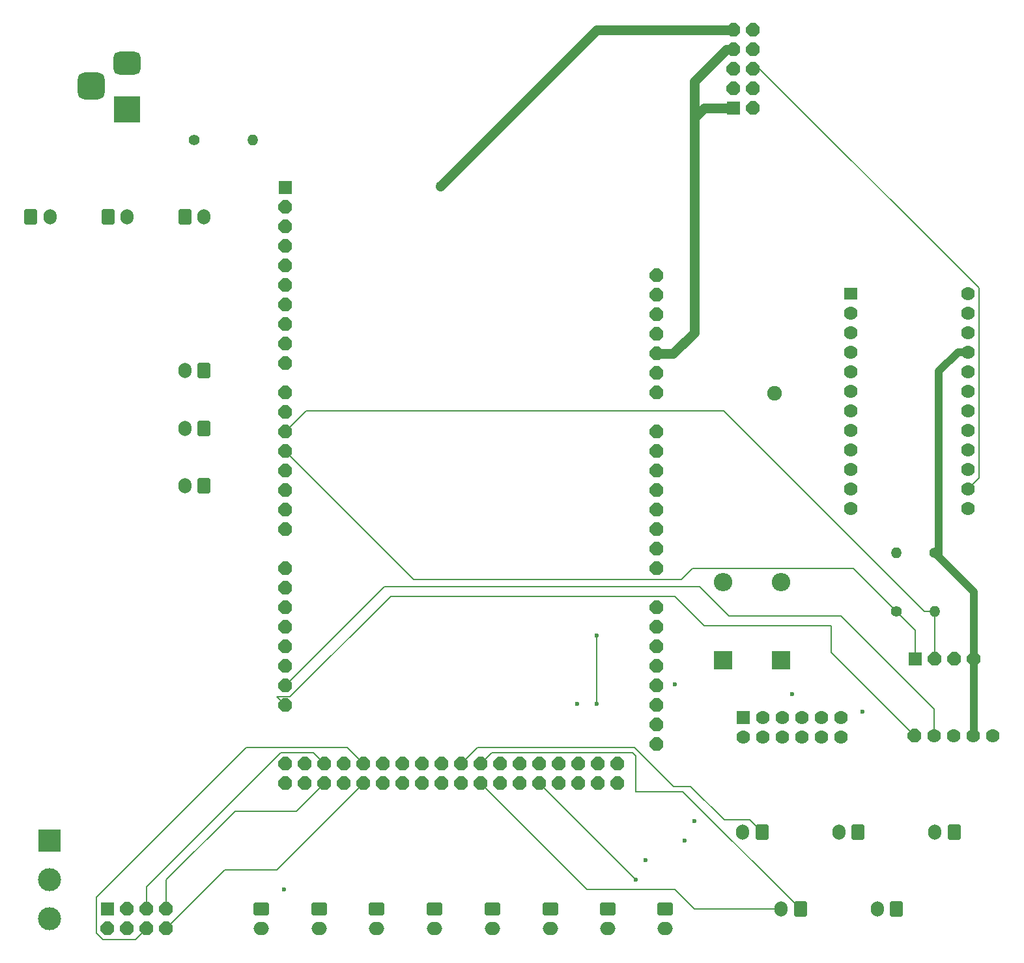
<source format=gbr>
%TF.GenerationSoftware,KiCad,Pcbnew,8.0.5*%
%TF.CreationDate,2024-10-07T15:57:23-06:00*%
%TF.ProjectId,main V4,6d61696e-2056-4342-9e6b-696361645f70,rev?*%
%TF.SameCoordinates,Original*%
%TF.FileFunction,Copper,L4,Bot*%
%TF.FilePolarity,Positive*%
%FSLAX46Y46*%
G04 Gerber Fmt 4.6, Leading zero omitted, Abs format (unit mm)*
G04 Created by KiCad (PCBNEW 8.0.5) date 2024-10-07 15:57:23*
%MOMM*%
%LPD*%
G01*
G04 APERTURE LIST*
G04 Aperture macros list*
%AMRoundRect*
0 Rectangle with rounded corners*
0 $1 Rounding radius*
0 $2 $3 $4 $5 $6 $7 $8 $9 X,Y pos of 4 corners*
0 Add a 4 corners polygon primitive as box body*
4,1,4,$2,$3,$4,$5,$6,$7,$8,$9,$2,$3,0*
0 Add four circle primitives for the rounded corners*
1,1,$1+$1,$2,$3*
1,1,$1+$1,$4,$5*
1,1,$1+$1,$6,$7*
1,1,$1+$1,$8,$9*
0 Add four rect primitives between the rounded corners*
20,1,$1+$1,$2,$3,$4,$5,0*
20,1,$1+$1,$4,$5,$6,$7,0*
20,1,$1+$1,$6,$7,$8,$9,0*
20,1,$1+$1,$8,$9,$2,$3,0*%
%AMOutline5P*
0 Free polygon, 5 corners , with rotation*
0 The origin of the aperture is its center*
0 number of corners: always 5*
0 $1 to $10 corner X, Y*
0 $11 Rotation angle, in degrees counterclockwise*
0 create outline with 5 corners*
4,1,5,$1,$2,$3,$4,$5,$6,$7,$8,$9,$10,$1,$2,$11*%
%AMOutline6P*
0 Free polygon, 6 corners , with rotation*
0 The origin of the aperture is its center*
0 number of corners: always 6*
0 $1 to $12 corner X, Y*
0 $13 Rotation angle, in degrees counterclockwise*
0 create outline with 6 corners*
4,1,6,$1,$2,$3,$4,$5,$6,$7,$8,$9,$10,$11,$12,$1,$2,$13*%
%AMOutline7P*
0 Free polygon, 7 corners , with rotation*
0 The origin of the aperture is its center*
0 number of corners: always 7*
0 $1 to $14 corner X, Y*
0 $15 Rotation angle, in degrees counterclockwise*
0 create outline with 7 corners*
4,1,7,$1,$2,$3,$4,$5,$6,$7,$8,$9,$10,$11,$12,$13,$14,$1,$2,$15*%
%AMOutline8P*
0 Free polygon, 8 corners , with rotation*
0 The origin of the aperture is its center*
0 number of corners: always 8*
0 $1 to $16 corner X, Y*
0 $17 Rotation angle, in degrees counterclockwise*
0 create outline with 8 corners*
4,1,8,$1,$2,$3,$4,$5,$6,$7,$8,$9,$10,$11,$12,$13,$14,$15,$16,$1,$2,$17*%
G04 Aperture macros list end*
%TA.AperFunction,ComponentPad*%
%ADD10R,1.778000X1.778000*%
%TD*%
%TA.AperFunction,ComponentPad*%
%ADD11Outline8P,-0.889000X0.368236X-0.368236X0.889000X0.368236X0.889000X0.889000X0.368236X0.889000X-0.368236X0.368236X-0.889000X-0.368236X-0.889000X-0.889000X-0.368236X0.000000*%
%TD*%
%TA.AperFunction,ComponentPad*%
%ADD12R,3.500000X3.500000*%
%TD*%
%TA.AperFunction,ComponentPad*%
%ADD13RoundRect,0.750000X-1.000000X0.750000X-1.000000X-0.750000X1.000000X-0.750000X1.000000X0.750000X0*%
%TD*%
%TA.AperFunction,ComponentPad*%
%ADD14RoundRect,0.875000X-0.875000X0.875000X-0.875000X-0.875000X0.875000X-0.875000X0.875000X0.875000X0*%
%TD*%
%TA.AperFunction,ComponentPad*%
%ADD15RoundRect,0.250000X-0.750000X0.600000X-0.750000X-0.600000X0.750000X-0.600000X0.750000X0.600000X0*%
%TD*%
%TA.AperFunction,ComponentPad*%
%ADD16O,2.000000X1.700000*%
%TD*%
%TA.AperFunction,ComponentPad*%
%ADD17C,1.400000*%
%TD*%
%TA.AperFunction,ComponentPad*%
%ADD18O,1.400000X1.400000*%
%TD*%
%TA.AperFunction,ComponentPad*%
%ADD19Outline8P,-0.889000X0.368236X-0.368236X0.889000X0.368236X0.889000X0.889000X0.368236X0.889000X-0.368236X0.368236X-0.889000X-0.368236X-0.889000X-0.889000X-0.368236X90.000000*%
%TD*%
%TA.AperFunction,ComponentPad*%
%ADD20RoundRect,0.250000X-0.600000X-0.750000X0.600000X-0.750000X0.600000X0.750000X-0.600000X0.750000X0*%
%TD*%
%TA.AperFunction,ComponentPad*%
%ADD21O,1.700000X2.000000*%
%TD*%
%TA.AperFunction,ComponentPad*%
%ADD22RoundRect,0.250000X0.600000X0.750000X-0.600000X0.750000X-0.600000X-0.750000X0.600000X-0.750000X0*%
%TD*%
%TA.AperFunction,ComponentPad*%
%ADD23R,2.400000X2.400000*%
%TD*%
%TA.AperFunction,ComponentPad*%
%ADD24O,2.400000X2.400000*%
%TD*%
%TA.AperFunction,ComponentPad*%
%ADD25C,1.778000*%
%TD*%
%TA.AperFunction,ComponentPad*%
%ADD26R,3.000000X3.000000*%
%TD*%
%TA.AperFunction,ComponentPad*%
%ADD27C,3.000000*%
%TD*%
%TA.AperFunction,ComponentPad*%
%ADD28Outline8P,-0.889000X0.368236X-0.368236X0.889000X0.368236X0.889000X0.889000X0.368236X0.889000X-0.368236X0.368236X-0.889000X-0.368236X-0.889000X-0.889000X-0.368236X180.000000*%
%TD*%
%TA.AperFunction,ComponentPad*%
%ADD29C,1.905000*%
%TD*%
%TA.AperFunction,ComponentPad*%
%ADD30R,1.778000X1.524000*%
%TD*%
%TA.AperFunction,ViaPad*%
%ADD31C,1.270000*%
%TD*%
%TA.AperFunction,ViaPad*%
%ADD32C,0.600000*%
%TD*%
%TA.AperFunction,Conductor*%
%ADD33C,1.270000*%
%TD*%
%TA.AperFunction,Conductor*%
%ADD34C,1.016000*%
%TD*%
%TA.AperFunction,Conductor*%
%ADD35C,0.635000*%
%TD*%
%TA.AperFunction,Conductor*%
%ADD36C,0.200000*%
%TD*%
G04 APERTURE END LIST*
D10*
%TO.P,U$2,CLK,CLK*%
%TO.N,Net-(R2-Pad1)*%
X184960000Y-125000000D03*
D11*
%TO.P,U$2,DIO,DIO*%
%TO.N,Net-(R3-Pad2)*%
X187500000Y-125000000D03*
%TO.P,U$2,GND,GND*%
%TO.N,GND*%
X190040000Y-125000000D03*
%TO.P,U$2,VCC,VCC*%
%TO.N,/5V*%
X192580000Y-125000000D03*
%TD*%
D12*
%TO.P,J1,1,1*%
%TO.N,/RAW_IN*%
X82500000Y-53500000D03*
D13*
%TO.P,J1,2,2*%
%TO.N,unconnected-(J1-Pad2)*%
X82500000Y-47500000D03*
D14*
%TO.P,J1,3,3*%
%TO.N,GND*%
X77800000Y-50500000D03*
%TD*%
D15*
%TO.P,SW6,1,S*%
%TO.N,Net-(SW6A-S)*%
X137500000Y-157500000D03*
D16*
%TO.P,SW6,2,S*%
%TO.N,GND*%
X137500000Y-160000000D03*
%TD*%
D15*
%TO.P,SW4,1,S*%
%TO.N,Net-(SW4A-S)*%
X122450000Y-157500000D03*
D16*
%TO.P,SW4,2,S*%
%TO.N,GND*%
X122450000Y-160000000D03*
%TD*%
D15*
%TO.P,SW1,1,S*%
%TO.N,Net-(SW1A-S)*%
X99950000Y-157500000D03*
D16*
%TO.P,SW1,2,S*%
%TO.N,GND*%
X99950000Y-160000000D03*
%TD*%
D17*
%TO.P,R2,1,1*%
%TO.N,Net-(R2-Pad1)*%
X182500000Y-118810000D03*
D18*
%TO.P,R2,2,2*%
%TO.N,/5V*%
X182500000Y-111190000D03*
%TD*%
D19*
%TO.P,1,3V3,3V3*%
%TO.N,unconnected-(1-Pad3V3)*%
X163830000Y-43180000D03*
%TO.P,1,5V,5V*%
%TO.N,/5V*%
X161290000Y-43180000D03*
D10*
%TO.P,1,GND@1,GND*%
%TO.N,GND*%
X161290000Y-53340000D03*
D19*
%TO.P,1,GND@2,GND*%
X161290000Y-45720000D03*
%TO.P,1,INT,INT*%
%TO.N,unconnected-(1-PadINT)*%
X161290000Y-50800000D03*
%TO.P,1,MISO,MISO*%
%TO.N,Net-(U1-12)*%
X163830000Y-45720000D03*
%TO.P,1,MOSI,MOSI*%
%TO.N,Net-(U1-11)*%
X163830000Y-48260000D03*
%TO.P,1,RST,RST*%
%TO.N,/RESET*%
X161290000Y-48260000D03*
%TO.P,1,SCLK,SCLK*%
%TO.N,Net-(U1-13)*%
X163830000Y-53340000D03*
%TO.P,1,SCS,SCS*%
%TO.N,Net-(U1-10)*%
X163830000Y-50800000D03*
%TD*%
D20*
%TO.P,POWER_LED0,1,S*%
%TO.N,/5V*%
X90000000Y-67500000D03*
D21*
%TO.P,POWER_LED0,2,S*%
%TO.N,Net-(POWER_LED0B-S)*%
X92500000Y-67500000D03*
%TD*%
D22*
%TO.P,JACK_CON3,1,S*%
%TO.N,Net-(JACK_CON3A-S)*%
X177500000Y-147500000D03*
D21*
%TO.P,JACK_CON3,2,S*%
%TO.N,Net-(JACK_CON3B-S)*%
X175000000Y-147500000D03*
%TD*%
D22*
%TO.P,JACK_CON1,1,S*%
%TO.N,Net-(JACK_CON1A-S)*%
X165000000Y-147500000D03*
D21*
%TO.P,JACK_CON1,2,S*%
%TO.N,Net-(JACK_CON1B-S)*%
X162500000Y-147500000D03*
%TD*%
D22*
%TO.P,SECTION_2_BUTTON0,1,KL*%
%TO.N,Net-(SECTION_2_BUTTON0A-KL)*%
X92500000Y-95000000D03*
D21*
%TO.P,SECTION_2_BUTTON0,2,KL*%
%TO.N,GND*%
X90000000Y-95000000D03*
%TD*%
D15*
%TO.P,SW5,1,S*%
%TO.N,Net-(SW5A-S)*%
X129950000Y-157500000D03*
D16*
%TO.P,SW5,2,S*%
%TO.N,GND*%
X129950000Y-160000000D03*
%TD*%
D20*
%TO.P,RESET0,1,S*%
%TO.N,/RESET*%
X80000000Y-67500000D03*
D21*
%TO.P,RESET0,2,S*%
%TO.N,GND*%
X82500000Y-67500000D03*
%TD*%
D20*
%TO.P,PWR_IN0,1,S*%
%TO.N,/RAW_IN*%
X70000000Y-67500000D03*
D21*
%TO.P,PWR_IN0,2,S*%
%TO.N,/5V*%
X72500000Y-67500000D03*
%TD*%
D23*
%TO.P,D2,1,K*%
%TO.N,Net-(D2-K)*%
X160000000Y-125160000D03*
D24*
%TO.P,D2,2,A*%
%TO.N,/3V3*%
X160000000Y-115000000D03*
%TD*%
D15*
%TO.P,SW3,1,S*%
%TO.N,Net-(SW3A-S)*%
X114950000Y-157500000D03*
D16*
%TO.P,SW3,2,S*%
%TO.N,GND*%
X114950000Y-160000000D03*
%TD*%
D22*
%TO.P,JACK_CON5,1,S*%
%TO.N,Net-(JACK_CON5A-S)*%
X190000000Y-147500000D03*
D21*
%TO.P,JACK_CON5,2,S*%
%TO.N,Net-(JACK_CON5B-S)*%
X187500000Y-147500000D03*
%TD*%
D15*
%TO.P,SW2,1,S*%
%TO.N,Net-(SW2A-S)*%
X107450000Y-157500000D03*
D16*
%TO.P,SW2,2,S*%
%TO.N,GND*%
X107450000Y-160000000D03*
%TD*%
D10*
%TO.P,C1,3V3,3V3*%
%TO.N,Net-(D2-K)*%
X162560000Y-132588000D03*
D25*
%TO.P,C1,5V,5V*%
%TO.N,Net-(D1-K)*%
X165100000Y-132588000D03*
%TO.P,C1,GND,GND*%
%TO.N,GND*%
X167640000Y-132588000D03*
%TO.P,C1,MISO,MISO*%
%TO.N,/MISO*%
X172720000Y-135128000D03*
%TO.P,C1,MOSI,MOSI*%
%TO.N,/MOSI*%
X172720000Y-132588000D03*
%TO.P,C1,RST,Reset*%
%TO.N,/RESET*%
X175260000Y-132588000D03*
%TO.P,C1,SCK,SCK*%
%TO.N,/SCK*%
X170180000Y-132588000D03*
%TO.P,C1,SD_CS,SD_CS*%
%TO.N,/D48*%
X170180000Y-135128000D03*
%TO.P,C1,SPKR,SPKR*%
%TO.N,/D2*%
X162560000Y-135128000D03*
%TO.P,C1,TFT_CS,TFT_CS*%
%TO.N,/D53*%
X167640000Y-135128000D03*
%TO.P,C1,TFT_DC,TFT_DC*%
%TO.N,Net-(C1-PadTFT_DC)*%
X165100000Y-135128000D03*
%TO.P,C1,T_CS,Touch_CS*%
%TO.N,/Touch_CS*%
X175260000Y-135128000D03*
%TD*%
D17*
%TO.P,R1,1,1*%
%TO.N,Net-(POWER_LED0B-S)*%
X91190000Y-57500000D03*
D18*
%TO.P,R1,2,2*%
%TO.N,GND*%
X98810000Y-57500000D03*
%TD*%
D15*
%TO.P,SW8,1,S*%
%TO.N,Net-(SW8A-S)*%
X152450000Y-157500000D03*
D16*
%TO.P,SW8,2,S*%
%TO.N,GND*%
X152450000Y-160000000D03*
%TD*%
D10*
%TO.P,U$4,P1,P1*%
%TO.N,Net-(U$1-PadD22)*%
X79960000Y-157460000D03*
D11*
%TO.P,U$4,P2,P2*%
%TO.N,Net-(U$1-PadD23)*%
X82500000Y-157460000D03*
%TO.P,U$4,P3,P3*%
%TO.N,Net-(U$1-PadD24)*%
X85040000Y-157460000D03*
%TO.P,U$4,P4,P4*%
%TO.N,Net-(U$1-PadD25)*%
X87580000Y-157460000D03*
%TO.P,U$4,PA,PA*%
%TO.N,Net-(U$1-PadD26)*%
X79960000Y-160000000D03*
%TO.P,U$4,PB,PB*%
%TO.N,Net-(U$1-PadD27)*%
X82500000Y-160000000D03*
%TO.P,U$4,PC,PC*%
%TO.N,Net-(U$1-PadD28)*%
X85040000Y-160000000D03*
%TO.P,U$4,PD,PD*%
%TO.N,/D29*%
X87580000Y-160000000D03*
%TD*%
D15*
%TO.P,SW7,1,S*%
%TO.N,Net-(SW7A-S)*%
X144950000Y-157500000D03*
D16*
%TO.P,SW7,2,S*%
%TO.N,GND*%
X144950000Y-160000000D03*
%TD*%
D26*
%TO.P,X1,1,KL*%
%TO.N,/5V*%
X72390000Y-148590000D03*
D27*
%TO.P,X1,2,KL*%
%TO.N,Net-(X1B-KL)*%
X72390000Y-153670000D03*
%TO.P,X1,3,KL*%
%TO.N,GND*%
X72390000Y-158750000D03*
%TD*%
D28*
%TO.P,U$1,3V3,3V3*%
%TO.N,/3V3*%
X151328500Y-80210000D03*
%TO.P,U$1,5V@1,5V*%
%TO.N,Net-(U$1-5V-Pad5V@1)*%
X151328500Y-82750000D03*
%TO.P,U$1,5V@2,5V*%
X103068500Y-138630000D03*
%TO.P,U$1,5V@3,5V*%
X103068500Y-141170000D03*
%TO.P,U$1,A0,A0*%
%TO.N,unconnected-(U$1-PadA0)*%
X151328500Y-95450000D03*
%TO.P,U$1,A1,A1*%
%TO.N,/Touch_CS*%
X151328500Y-97990000D03*
%TO.P,U$1,A2,A2*%
%TO.N,Net-(U2-T_IRQ)*%
X151328500Y-100530000D03*
%TO.P,U$1,A3,A3*%
%TO.N,unconnected-(U$1-PadA3)*%
X151328500Y-103070000D03*
%TO.P,U$1,A4,A4*%
%TO.N,unconnected-(U$1-PadA4)*%
X151328500Y-105610000D03*
%TO.P,U$1,A5,A5*%
%TO.N,unconnected-(U$1-PadA5)*%
X151328500Y-108150000D03*
%TO.P,U$1,A6,A6*%
%TO.N,unconnected-(U$1-PadA6)*%
X151328500Y-110690000D03*
%TO.P,U$1,A7,A7*%
%TO.N,unconnected-(U$1-PadA7)*%
X151328500Y-113230000D03*
%TO.P,U$1,A8,A8*%
%TO.N,unconnected-(U$1-PadA8)*%
X151328500Y-118310000D03*
%TO.P,U$1,A9,A9*%
%TO.N,unconnected-(U$1-PadA9)*%
X151328500Y-120850000D03*
%TO.P,U$1,A10,A10*%
%TO.N,unconnected-(U$1-PadA10)*%
X151328500Y-123390000D03*
%TO.P,U$1,A11,A11*%
%TO.N,unconnected-(U$1-PadA11)*%
X151328500Y-125930000D03*
%TO.P,U$1,A12,A12*%
%TO.N,unconnected-(U$1-PadA12)*%
X151328500Y-128470000D03*
%TO.P,U$1,A13,A13*%
%TO.N,unconnected-(U$1-PadA13)*%
X151328500Y-131010000D03*
%TO.P,U$1,A14,A14*%
%TO.N,unconnected-(U$1-PadA14)*%
X151328500Y-133550000D03*
%TO.P,U$1,A15,A15*%
%TO.N,unconnected-(U$1-PadA15)*%
X151328500Y-136090000D03*
%TO.P,U$1,AREF,AREF*%
%TO.N,unconnected-(U$1-PadAREF)*%
X103068500Y-68780000D03*
%TO.P,U$1,D0,D0*%
%TO.N,Net-(U1-TXD)*%
X103068500Y-108150000D03*
%TO.P,U$1,D1,D1*%
%TO.N,Net-(U1-RXI)*%
X103068500Y-105610000D03*
%TO.P,U$1,D2,D2*%
%TO.N,/D2*%
X103068500Y-103070000D03*
%TO.P,U$1,D3,D3*%
%TO.N,unconnected-(U$1-PadD3)*%
X103068500Y-100530000D03*
%TO.P,U$1,D4,D4*%
%TO.N,Net-(R2-Pad1)*%
X103068500Y-97990000D03*
%TO.P,U$1,D5,D5*%
%TO.N,Net-(R3-Pad2)*%
X103068500Y-95450000D03*
%TO.P,U$1,D6,D6*%
%TO.N,unconnected-(U$1-PadD6)*%
X103068500Y-92910000D03*
%TO.P,U$1,D7,D7*%
%TO.N,unconnected-(U$1-PadD7)*%
X103068500Y-90370000D03*
%TO.P,U$1,D8,D8*%
%TO.N,Net-(X1B-KL)*%
X103068500Y-86560000D03*
%TO.P,U$1,D9,D9*%
%TO.N,Net-(SECTION_1_BUTTON0A-KL)*%
X103068500Y-84020000D03*
%TO.P,U$1,D10,D10*%
%TO.N,Net-(SECTION_2_BUTTON0A-KL)*%
X103068500Y-81480000D03*
%TO.P,U$1,D11,D11*%
%TO.N,Net-(SECTION_3_BUTTON0A-KL)*%
X103068500Y-78940000D03*
%TO.P,U$1,D12,D12*%
%TO.N,unconnected-(U$1-PadD12)*%
X103068500Y-76400000D03*
%TO.P,U$1,D13,D13*%
%TO.N,unconnected-(U$1-PadD13)*%
X103068500Y-73860000D03*
%TO.P,U$1,D14,D14*%
%TO.N,unconnected-(U$1-PadD14)*%
X103068500Y-113230000D03*
%TO.P,U$1,D15,D15*%
%TO.N,unconnected-(U$1-PadD15)*%
X103068500Y-115770000D03*
%TO.P,U$1,D16,D16*%
%TO.N,unconnected-(U$1-PadD16)*%
X103068500Y-118310000D03*
%TO.P,U$1,D17,D17*%
%TO.N,unconnected-(U$1-PadD17)*%
X103068500Y-120850000D03*
%TO.P,U$1,D18,D18*%
%TO.N,unconnected-(U$1-PadD18)*%
X103068500Y-123390000D03*
%TO.P,U$1,D19,D19*%
%TO.N,unconnected-(U$1-PadD19)*%
X103068500Y-125930000D03*
%TO.P,U$1,D20,D20*%
%TO.N,Net-(U$1-PadD20)*%
X103068500Y-128470000D03*
%TO.P,U$1,D21,D21*%
%TO.N,/D21*%
X103068500Y-131010000D03*
%TO.P,U$1,D22,D22*%
%TO.N,Net-(U$1-PadD22)*%
X105608500Y-138630000D03*
%TO.P,U$1,D23,D23*%
%TO.N,Net-(U$1-PadD23)*%
X105608500Y-141170000D03*
%TO.P,U$1,D24,D24*%
%TO.N,Net-(U$1-PadD24)*%
X108148500Y-138630000D03*
%TO.P,U$1,D25,D25*%
%TO.N,Net-(U$1-PadD25)*%
X108148500Y-141170000D03*
%TO.P,U$1,D26,D26*%
%TO.N,Net-(U$1-PadD26)*%
X110688500Y-138630000D03*
%TO.P,U$1,D27,D27*%
%TO.N,Net-(U$1-PadD27)*%
X110688500Y-141170000D03*
%TO.P,U$1,D28,D28*%
%TO.N,Net-(U$1-PadD28)*%
X113228500Y-138630000D03*
%TO.P,U$1,D29,D29*%
%TO.N,/D29*%
X113228500Y-141170000D03*
%TO.P,U$1,D30,D30*%
%TO.N,Net-(SW1A-S)*%
X115768500Y-138630000D03*
%TO.P,U$1,D31,D31*%
%TO.N,Net-(SW2A-S)*%
X115768500Y-141170000D03*
%TO.P,U$1,D32,D32*%
%TO.N,Net-(SW3A-S)*%
X118308500Y-138630000D03*
%TO.P,U$1,D33,D33*%
%TO.N,Net-(SW4A-S)*%
X118308500Y-141170000D03*
%TO.P,U$1,D34,D34*%
%TO.N,Net-(SW5A-S)*%
X120848500Y-138630000D03*
%TO.P,U$1,D35,D35*%
%TO.N,Net-(SW6A-S)*%
X120848500Y-141170000D03*
%TO.P,U$1,D36,D36*%
%TO.N,Net-(SW7A-S)*%
X123388500Y-138630000D03*
%TO.P,U$1,D37,D37*%
%TO.N,Net-(SW8A-S)*%
X123388500Y-141170000D03*
%TO.P,U$1,D38,D38*%
%TO.N,Net-(JACK_CON1A-S)*%
X125928500Y-138630000D03*
%TO.P,U$1,D39,D39*%
%TO.N,Net-(JACK_CON1B-S)*%
X125928500Y-141170000D03*
%TO.P,U$1,D40,D40*%
%TO.N,Net-(JACK_CON2A-S)*%
X128468500Y-138630000D03*
%TO.P,U$1,D41,D41*%
%TO.N,Net-(JACK_CON2B-S)*%
X128468500Y-141170000D03*
%TO.P,U$1,D42,D42*%
%TO.N,Net-(JACK_CON3A-S)*%
X131008500Y-138630000D03*
%TO.P,U$1,D43,D43*%
%TO.N,Net-(JACK_CON3B-S)*%
X131008500Y-141170000D03*
%TO.P,U$1,D44,D44*%
%TO.N,Net-(JACK_CON4A-S)*%
X133548500Y-138630000D03*
%TO.P,U$1,D45,D45*%
%TO.N,Net-(JACK_CON4B-S)*%
X133548500Y-141170000D03*
%TO.P,U$1,D46,D46*%
%TO.N,Net-(JACK_CON5A-S)*%
X136088500Y-138630000D03*
%TO.P,U$1,D47,D47*%
%TO.N,Net-(JACK_CON5B-S)*%
X136088500Y-141170000D03*
%TO.P,U$1,D48,D48*%
%TO.N,/D48*%
X138628500Y-138630000D03*
%TO.P,U$1,D49,D49*%
%TO.N,Net-(C1-PadTFT_DC)*%
X138628500Y-141170000D03*
%TO.P,U$1,D50,D50*%
%TO.N,/MISO*%
X141168500Y-138630000D03*
%TO.P,U$1,D51,D51*%
%TO.N,/MOSI*%
X141168500Y-141170000D03*
%TO.P,U$1,D52,D52*%
%TO.N,/SCK*%
X143708500Y-138630000D03*
%TO.P,U$1,D53,D53*%
%TO.N,/D53*%
X143708500Y-141170000D03*
%TO.P,U$1,GND@1,GND*%
%TO.N,GND*%
X103068500Y-71320000D03*
%TO.P,U$1,GND@2,GND*%
X151328500Y-87830000D03*
%TO.P,U$1,GND@3,GND*%
X151328500Y-85290000D03*
%TO.P,U$1,GND@4,GND*%
X146248500Y-138630000D03*
%TO.P,U$1,GND@5,GND*%
X146248500Y-141170000D03*
%TO.P,U$1,IOREF,IOREF*%
%TO.N,unconnected-(U$1-PadIOREF)*%
X151328500Y-75130000D03*
%TO.P,U$1,RESET,RESET*%
%TO.N,/RESET*%
X151328500Y-77670000D03*
D10*
%TO.P,U$1,SCL,SCL*%
%TO.N,unconnected-(U$1-PadSCL)*%
X103068500Y-63700000D03*
D28*
%TO.P,U$1,SDA,SDA*%
%TO.N,unconnected-(U$1-PadSDA)*%
X103068500Y-66240000D03*
%TO.P,U$1,VIN,VIN*%
%TO.N,/5V*%
X151328500Y-90370000D03*
%TD*%
D29*
%TO.P,U2,1,T_IRQ*%
%TO.N,Net-(U2-T_IRQ)*%
X166624000Y-90424000D03*
%TD*%
D22*
%TO.P,JACK_CON2,1,S*%
%TO.N,Net-(JACK_CON2A-S)*%
X170000000Y-157500000D03*
D21*
%TO.P,JACK_CON2,2,S*%
%TO.N,Net-(JACK_CON2B-S)*%
X167500000Y-157500000D03*
%TD*%
D22*
%TO.P,SECTION_1_BUTTON0,1,KL*%
%TO.N,Net-(SECTION_1_BUTTON0A-KL)*%
X92500000Y-102500000D03*
D21*
%TO.P,SECTION_1_BUTTON0,2,KL*%
%TO.N,GND*%
X90000000Y-102500000D03*
%TD*%
D30*
%TO.P,U1,0,TXD*%
%TO.N,Net-(U1-TXD)*%
X176530000Y-77470000D03*
D25*
%TO.P,U1,1,RXI*%
%TO.N,Net-(U1-RXI)*%
X176530000Y-80010000D03*
%TO.P,U1,2,GND/RST*%
%TO.N,unconnected-(U1-GND{slash}RST-Pad2)*%
X176530000Y-82550000D03*
%TO.P,U1,3,GND*%
%TO.N,unconnected-(U1-GND-Pad3)*%
X176530000Y-85090000D03*
%TO.P,U1,4,2*%
%TO.N,unconnected-(U1-2-Pad4)*%
X176530000Y-87630000D03*
%TO.P,U1,5,3*%
%TO.N,unconnected-(U1-3-Pad5)*%
X176530000Y-90170000D03*
%TO.P,U1,6,4*%
%TO.N,unconnected-(U1-4-Pad6)*%
X176530000Y-92710000D03*
%TO.P,U1,7,5*%
%TO.N,unconnected-(U1-5-Pad7)*%
X176530000Y-95250000D03*
%TO.P,U1,8,6*%
%TO.N,unconnected-(U1-6-Pad8)*%
X176530000Y-97790000D03*
%TO.P,U1,9,7*%
%TO.N,unconnected-(U1-7-Pad9)*%
X176530000Y-100330000D03*
%TO.P,U1,10,8*%
%TO.N,unconnected-(U1-8-Pad10)*%
X176530000Y-102870000D03*
%TO.P,U1,11,9*%
%TO.N,unconnected-(U1-9-Pad11)*%
X176530000Y-105410000D03*
%TO.P,U1,12,10*%
%TO.N,Net-(U1-10)*%
X191770000Y-105410000D03*
%TO.P,U1,13,11*%
%TO.N,Net-(U1-11)*%
X191770000Y-102870000D03*
%TO.P,U1,14,12*%
%TO.N,Net-(U1-12)*%
X191770000Y-100330000D03*
%TO.P,U1,15,13*%
%TO.N,Net-(U1-13)*%
X191770000Y-97790000D03*
%TO.P,U1,16,A0*%
%TO.N,unconnected-(U1-A0-Pad16)*%
X191770000Y-95250000D03*
%TO.P,U1,17,A1*%
%TO.N,unconnected-(U1-A1-Pad17)*%
X191770000Y-92710000D03*
%TO.P,U1,18,A2*%
%TO.N,unconnected-(U1-A2-Pad18)*%
X191770000Y-90170000D03*
%TO.P,U1,19,A3*%
%TO.N,unconnected-(U1-A3-Pad19)*%
X191770000Y-87630000D03*
%TO.P,U1,20,VCC*%
%TO.N,/5V*%
X191770000Y-85090000D03*
%TO.P,U1,21,RST*%
%TO.N,/RESET*%
X191770000Y-82550000D03*
%TO.P,U1,22,GND*%
%TO.N,GND*%
X191770000Y-80010000D03*
%TO.P,U1,23,RAW*%
%TO.N,unconnected-(U1-RAW-Pad23)*%
X191770000Y-77470000D03*
%TD*%
D22*
%TO.P,JACK_CON4,1,S*%
%TO.N,Net-(JACK_CON4A-S)*%
X182500000Y-157500000D03*
D21*
%TO.P,JACK_CON4,2,S*%
%TO.N,Net-(JACK_CON4B-S)*%
X180000000Y-157500000D03*
%TD*%
D17*
%TO.P,R3,1,1*%
%TO.N,/5V*%
X187500000Y-111190000D03*
D18*
%TO.P,R3,2,2*%
%TO.N,Net-(R3-Pad2)*%
X187500000Y-118810000D03*
%TD*%
D25*
%TO.P,U$5,+,+*%
%TO.N,/5V*%
X192500000Y-135000000D03*
D11*
%TO.P,U$5,CLK,CLK*%
%TO.N,/D21*%
X184880000Y-135000000D03*
D25*
%TO.P,U$5,DT,DT*%
%TO.N,Net-(U$1-PadD20)*%
X187420000Y-135000000D03*
%TO.P,U$5,GND,GND*%
%TO.N,GND*%
X195040000Y-135000000D03*
%TO.P,U$5,SW,SW*%
%TO.N,unconnected-(U$5-PadSW)*%
X189960000Y-135000000D03*
%TD*%
D22*
%TO.P,SECTION_3_BUTTON0,1,KL*%
%TO.N,Net-(SECTION_3_BUTTON0A-KL)*%
X92500000Y-87500000D03*
D21*
%TO.P,SECTION_3_BUTTON0,2,KL*%
%TO.N,GND*%
X90000000Y-87500000D03*
%TD*%
D23*
%TO.P,D1,1,K*%
%TO.N,Net-(D1-K)*%
X167500000Y-125160000D03*
D24*
%TO.P,D1,2,A*%
%TO.N,/5V*%
X167500000Y-115000000D03*
%TD*%
D31*
%TO.N,/5V*%
X123190000Y-63500000D03*
D32*
%TO.N,Net-(JACK_CON5B-S)*%
X148590000Y-153670000D03*
%TO.N,/SCK*%
X143510000Y-121920000D03*
X168910000Y-129540000D03*
X143510000Y-130810000D03*
%TO.N,/MOSI*%
X178054000Y-131826000D03*
X154940000Y-148590000D03*
%TO.N,/D48*%
X153670000Y-128270000D03*
%TO.N,Net-(U$1-5V-Pad5V@1)*%
X102870000Y-154940000D03*
%TO.N,/D53*%
X156210000Y-146050000D03*
%TO.N,/MISO*%
X140970000Y-130810000D03*
%TO.N,Net-(C1-PadTFT_DC)*%
X149860000Y-151130000D03*
%TD*%
D33*
%TO.N,/5V*%
X143510000Y-43180000D02*
X161290000Y-43180000D01*
D34*
X190512765Y-85090000D02*
X191770000Y-85090000D01*
X188015000Y-111705000D02*
X192580000Y-116270000D01*
X188015000Y-87587765D02*
X190512765Y-85090000D01*
X192580000Y-116270000D02*
X192580000Y-125000000D01*
X188015000Y-111705000D02*
X188015000Y-87587765D01*
D33*
X123190000Y-63500000D02*
X143510000Y-43180000D01*
D34*
X187500000Y-111190000D02*
X188015000Y-111705000D01*
D35*
X192580000Y-134920000D02*
X192500000Y-135000000D01*
D34*
X192580000Y-125000000D02*
X192580000Y-134920000D01*
D33*
%TO.N,GND*%
X156210000Y-82550000D02*
X156210000Y-54610000D01*
X160401000Y-45720000D02*
X161290000Y-45720000D01*
D36*
X151328500Y-85290000D02*
X151130000Y-85091500D01*
D33*
X157480000Y-53340000D02*
X161290000Y-53340000D01*
X153470000Y-85290000D02*
X156210000Y-82550000D01*
D36*
X153470000Y-85290000D02*
X153670000Y-85090000D01*
D33*
X156210000Y-54610000D02*
X157480000Y-53340000D01*
X151328500Y-85290000D02*
X153470000Y-85290000D01*
X156210000Y-49911000D02*
X160401000Y-45720000D01*
D36*
X151130000Y-85091500D02*
X151130000Y-85090000D01*
D33*
X156210000Y-54610000D02*
X156210000Y-49911000D01*
D36*
%TO.N,Net-(JACK_CON1A-S)*%
X148430341Y-136526600D02*
X128031900Y-136526600D01*
X165000000Y-147500000D02*
X163442800Y-145942800D01*
X155767200Y-141582800D02*
X153486541Y-141582800D01*
X128031900Y-136526600D02*
X125928500Y-138630000D01*
X153486541Y-141582800D02*
X148430341Y-136526600D01*
X160127200Y-145942800D02*
X155767200Y-141582800D01*
X163442800Y-145942800D02*
X160127200Y-145942800D01*
%TO.N,Net-(JACK_CON1B-S)*%
X125928500Y-141170000D02*
X125730000Y-140971500D01*
X125730000Y-140970000D02*
X125730000Y-140971500D01*
%TO.N,Net-(JACK_CON2B-S)*%
X129916200Y-142616200D02*
X142240000Y-154940000D01*
X156210000Y-157480000D02*
X157480000Y-157480000D01*
X142240000Y-154940000D02*
X153670000Y-154940000D01*
X129914700Y-142616200D02*
X129916200Y-142616200D01*
X128468500Y-141170000D02*
X129914700Y-142616200D01*
X153670000Y-154940000D02*
X156210000Y-157480000D01*
X157480000Y-157480000D02*
X157500000Y-157500000D01*
X157500000Y-157500000D02*
X167500000Y-157500000D01*
%TO.N,Net-(JACK_CON2A-S)*%
X148590000Y-142240000D02*
X148590000Y-137615681D01*
X148158119Y-137183800D02*
X129914700Y-137183800D01*
X129914700Y-137183800D02*
X128468500Y-138630000D01*
X170000000Y-157500000D02*
X154740000Y-142240000D01*
X148590000Y-137615681D02*
X148158119Y-137183800D01*
X154740000Y-142240000D02*
X148590000Y-142240000D01*
%TO.N,Net-(JACK_CON5B-S)*%
X148590000Y-153670000D02*
X148588500Y-153670000D01*
X148588500Y-153670000D02*
X136088500Y-141170000D01*
%TO.N,Net-(JACK_CON5A-S)*%
X190000000Y-147500000D02*
X190320000Y-147500000D01*
X190320000Y-147500000D02*
X190500000Y-147320000D01*
%TO.N,Net-(R2-Pad1)*%
X119754700Y-114676200D02*
X154563800Y-114676200D01*
X176932800Y-113242800D02*
X182500000Y-118810000D01*
X184960000Y-121270000D02*
X184960000Y-125000000D01*
X103068500Y-97990000D02*
X119754700Y-114676200D01*
X154563800Y-114676200D02*
X155997200Y-113242800D01*
X155997200Y-113242800D02*
X176932800Y-113242800D01*
X182500000Y-118810000D02*
X184960000Y-121270000D01*
%TO.N,Net-(R3-Pad2)*%
X187500000Y-118810000D02*
X187500000Y-125000000D01*
X160020000Y-92710000D02*
X186120000Y-118810000D01*
X186120000Y-118810000D02*
X187500000Y-118810000D01*
X105808500Y-92710000D02*
X160020000Y-92710000D01*
X103068500Y-95450000D02*
X105808500Y-92710000D01*
%TO.N,/SCK*%
X143510000Y-130810000D02*
X143510000Y-121920000D01*
%TO.N,/D21*%
X103667536Y-129916200D02*
X116743736Y-116840000D01*
X103068500Y-131010000D02*
X101974700Y-129916200D01*
X157480000Y-120650000D02*
X173990000Y-120650000D01*
X173990000Y-120650000D02*
X173990000Y-124110000D01*
X173990000Y-124110000D02*
X184880000Y-135000000D01*
X116743736Y-116840000D02*
X153670000Y-116840000D01*
X153670000Y-116840000D02*
X157480000Y-120650000D01*
X101974700Y-129916200D02*
X103667536Y-129916200D01*
%TO.N,Net-(U$1-PadD25)*%
X87580000Y-157460000D02*
X87580000Y-153720000D01*
X87580000Y-153720000D02*
X96520000Y-144780000D01*
X104538500Y-144780000D02*
X108148500Y-141170000D01*
X96520000Y-144780000D02*
X104538500Y-144780000D01*
%TO.N,/D29*%
X95180000Y-152400000D02*
X101998500Y-152400000D01*
X101998500Y-152400000D02*
X113228500Y-141170000D01*
X87580000Y-160000000D02*
X95180000Y-152400000D01*
%TO.N,Net-(U$1-PadD20)*%
X103068500Y-128470000D02*
X115968500Y-115570000D01*
X175260000Y-119380000D02*
X187420000Y-131540000D01*
X115968500Y-115570000D02*
X156944943Y-115570000D01*
X156944943Y-115570000D02*
X160754943Y-119380000D01*
X187420000Y-131540000D02*
X187420000Y-135000000D01*
X160754943Y-119380000D02*
X175260000Y-119380000D01*
%TO.N,Net-(U$1-PadD28)*%
X98001000Y-136526600D02*
X111125100Y-136526600D01*
X111125100Y-136526600D02*
X113228500Y-138630000D01*
X83593800Y-161446200D02*
X79360964Y-161446200D01*
X78513800Y-156013800D02*
X98001000Y-136526600D01*
X78513800Y-160599036D02*
X78513800Y-156013800D01*
X79360964Y-161446200D02*
X78513800Y-160599036D01*
X85040000Y-160000000D02*
X83593800Y-161446200D01*
%TO.N,Net-(U$1-PadD26)*%
X79990000Y-160000000D02*
X80010000Y-160020000D01*
X79990000Y-160000000D02*
X79960000Y-160000000D01*
%TO.N,Net-(U$1-PadD24)*%
X85040000Y-157460000D02*
X85040000Y-154613264D01*
X106702300Y-137183800D02*
X108148500Y-138630000D01*
X85040000Y-154613264D02*
X102469464Y-137183800D01*
X102469464Y-137183800D02*
X106702300Y-137183800D01*
%TO.N,Net-(U1-11)*%
X164719000Y-48260000D02*
X193216200Y-76757200D01*
X193216200Y-76757200D02*
X193216200Y-101423800D01*
X163830000Y-48260000D02*
X164719000Y-48260000D01*
X193216200Y-101423800D02*
X191770000Y-102870000D01*
%TD*%
M02*

</source>
